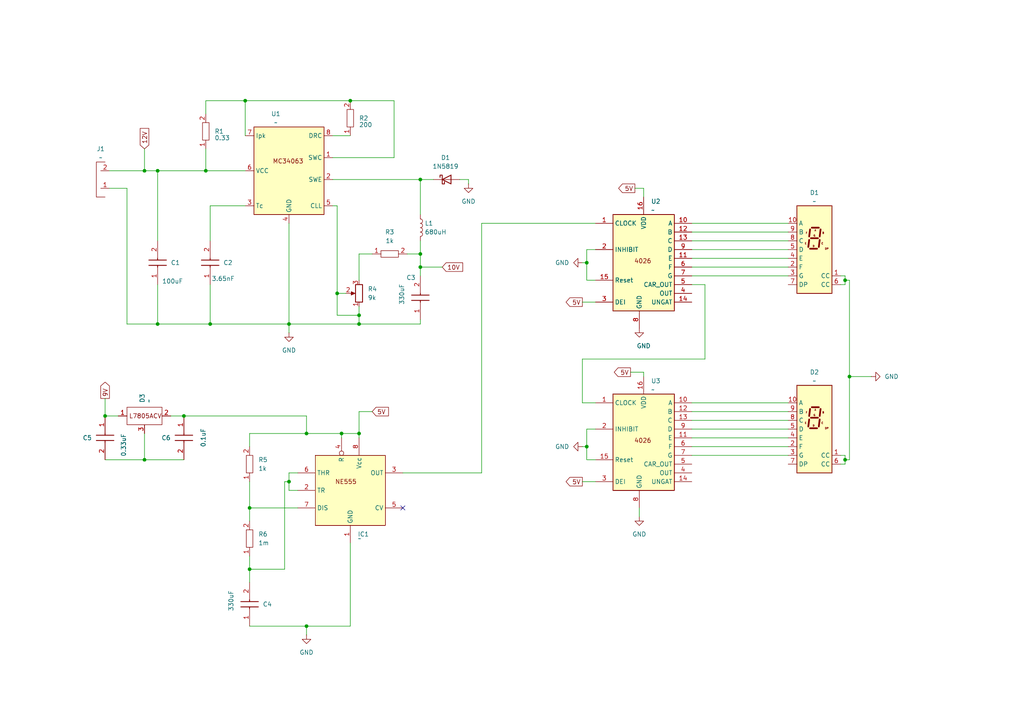
<source format=kicad_sch>
(kicad_sch (version 20250114) (generator "eeschema") (generator_version "9.0")
  (paper "A4")
  (lib_symbols
    (symbol "Device:L" (pin_numbers (hide yes)) (pin_names (offset 1.016) (hide yes))
      (property "Reference" "L" (at -1.27 0 90))
      (property "Value" "L" (at 1.905 0 90))
      (symbol "L_0_1"
        (arc (start 0 2.54) (mid 0.6323 1.905) (end 0 1.27))
        (arc (start 0 1.27) (mid 0.6323 0.635) (end 0 0))
        (arc (start 0 0) (mid 0.6323 -0.635) (end 0 -1.27))
        (arc (start 0 -1.27) (mid 0.6323 -1.905) (end 0 -2.54))
      )
      (symbol "L_1_1"
        (pin passive line (at 0 3.81 270) (length 1.27) (name "1") (number "1"))
        (pin passive line (at 0 -3.81 90) (length 1.27) (name "2") (number "2"))
      )
    )
    (symbol "My_Lib:1N5819" (pin_numbers (hide yes)) (pin_names (offset 1.016) (hide yes))
      (property "Reference" "D2" (at -0.3175 6.35 0))
      (property "Value" "1N5819" (at -0.3175 3.81 0))
      (symbol "1N5819_0_1"
        (polyline (pts (xy -1.905 0.635) (xy -1.905 1.27) (xy -1.27 1.27) (xy -1.27 -1.27) (xy -0.635 -1.27) (xy -0.635 -0.635)) (stroke (width 0.254)))
        (polyline (pts (xy 1.27 1.27) (xy 1.27 -1.27) (xy -1.27 0) (xy 1.27 1.27)) (stroke (width 0.254)))
        (polyline (pts (xy 1.27 0) (xy -1.27 0)))
      )
      (symbol "1N5819_1_1"
        (pin passive line (at -3.81 0 0) (length 2.54) (name "K") (number "1"))
        (pin passive line (at 3.81 0 180) (length 2.54) (name "A") (number "2"))
      )
    )
    (symbol "My_Lib:7seg_-_FYS-3611AS-11"
      (property "Reference" "D" (at 1.524 2.286 0))
      (symbol "7seg_-_FYS-3611AS-11_0_0"
        (text "E" (at 2.54 -10.922 0) (effects (font (size 0.508 0.508))))
        (text "F" (at 2.794 -7.874 0) (effects (font (size 0.508 0.508))))
        (text "D" (at 4.826 -11.684 0) (effects (font (size 0.508 0.508))))
        (text "G" (at 5.08 -8.636 0) (effects (font (size 0.508 0.508))))
        (text "A" (at 5.334 -7.112 0) (effects (font (size 0.508 0.508))))
        (text "C" (at 7.366 -10.922 0) (effects (font (size 0.508 0.508))))
        (text "B" (at 7.62 -7.874 0) (effects (font (size 0.508 0.508))))
        (text "DP" (at 8.636 -12.446 0) (effects (font (size 0.508 0.508))))
      )
      (symbol "7seg_-_FYS-3611AS-11_0_1"
        (rectangle (start 0 0) (end 10.16 -25.4) (stroke (width 0.254)) (fill (type background)))
        (polyline (pts (xy 3.556 -9.906) (xy 3.302 -11.938)) (stroke (width 0.508)))
        (polyline (pts (xy 3.81 -6.858) (xy 3.556 -8.89)) (stroke (width 0.508)))
        (polyline (pts (xy 3.81 -12.446) (xy 5.842 -12.446)) (stroke (width 0.508)))
        (polyline (pts (xy 4.064 -9.398) (xy 6.096 -9.398)) (stroke (width 0.508)))
        (polyline (pts (xy 4.318 -6.35) (xy 6.35 -6.35)) (stroke (width 0.508)))
        (polyline (pts (xy 6.604 -9.906) (xy 6.35 -11.938)) (stroke (width 0.508)))
        (polyline (pts (xy 6.858 -6.858) (xy 6.604 -8.89)) (stroke (width 0.508)))
        (polyline (pts (xy 7.62 -12.446) (xy 7.62 -12.446)) (stroke (width 0.508)))
      )
      (symbol "7seg_-_FYS-3611AS-11_1_1"
        (pin input line (at -2.54 -5.08 0) (length 2.54) (name "A") (number "10"))
        (pin input line (at -2.54 -7.62 0) (length 2.54) (name "B") (number "9"))
        (pin input line (at -2.54 -10.16 0) (length 2.54) (name "C") (number "8"))
        (pin input line (at -2.54 -12.7 0) (length 2.54) (name "D") (number "5"))
        (pin input line (at -2.54 -15.24 0) (length 2.54) (name "E") (number "4"))
        (pin input line (at -2.54 -17.78 0) (length 2.54) (name "F") (number "2"))
        (pin input line (at -2.54 -20.32 0) (length 2.54) (name "G") (number "3"))
        (pin input line (at -2.54 -22.86 0) (length 2.54) (name "DP") (number "7"))
        (pin input line (at 12.7 -20.32 180) (length 2.54) (name "CC") (number "1"))
        (pin input line (at 12.7 -22.86 180) (length 2.54) (name "CC") (number "6"))
      )
    )
    (symbol "My_Lib:C - 564R60GAD10" (pin_names (hide yes))
      (property "Reference" "C" (at 5.334 6.858 0))
      (symbol "C - 564R60GAD10_1_1"
        (polyline (pts (xy 5.08 0) (xy 5.588 0)) (stroke (width 0.254)))
        (polyline (pts (xy 5.588 2.54) (xy 5.588 -2.54)) (stroke (width 0.254)))
        (polyline (pts (xy 7.112 2.54) (xy 7.112 -2.54)) (stroke (width 0.254)))
        (polyline (pts (xy 7.112 0) (xy 7.62 0)) (stroke (width 0.254)))
        (pin passive line (at 0 0 0) (length 5.08) (name "1") (number "1"))
        (pin passive line (at 12.7 0 180) (length 5.08) (name "2") (number "2"))
      )
    )
    (symbol "My_Lib:CD4026B"
      (property "Reference" "U" (at 1.524 2.032 0))
      (symbol "CD4026B_1_0"
        (pin output line (at -5.08 -2.54 0) (length 5.08) (name "CLOCK") (number "1"))
        (pin output line (at -5.08 -10.16 0) (length 5.08) (name "INHIBIT") (number "2"))
        (pin input line (at -5.08 -19.05 0) (length 5.08) (name "Reset") (number "15"))
        (pin output line (at -5.08 -25.4 0) (length 5.08) (name "DEI") (number "3"))
        (pin power_in line (at 7.62 -33.02 90) (length 5.08) (name "GND") (number "8"))
        (pin power_in line (at 8.89 5.08 270) (length 5.08) (name "VDD") (number "16"))
        (pin output line (at 22.86 -2.54 180) (length 5.08) (name "A") (number "10"))
        (pin output line (at 22.86 -5.08 180) (length 5.08) (name "B") (number "12"))
        (pin output line (at 22.86 -7.62 180) (length 5.08) (name "C") (number "13"))
        (pin output line (at 22.86 -10.16 180) (length 5.08) (name "D") (number "9"))
        (pin output line (at 22.86 -12.7 180) (length 5.08) (name "E") (number "11"))
        (pin output line (at 22.86 -15.24 180) (length 5.08) (name "F") (number "6"))
        (pin output line (at 22.86 -17.78 180) (length 5.08) (name "G") (number "7"))
        (pin output line (at 22.86 -20.32 180) (length 5.08) (name "CAR_OUT") (number "5"))
        (pin output line (at 22.86 -22.86 180) (length 5.08) (name "OUT") (number "4"))
        (pin output line (at 22.86 -25.4 180) (length 5.08) (name "UNGAT") (number "14"))
      )
      (symbol "CD4026B_1_1"
        (rectangle (start 0 0) (end 17.78 -27.94) (stroke (width 0.254)) (fill (type background)))
        (text "4026\n" (at 8.636 -13.462 0) (effects (font (size 1.27 1.27))))
      )
    )
    (symbol "My_Lib:DC-DC MC34063"
      (property "Reference" "U" (at 13.97 1.524 0))
      (symbol "DC-DC MC34063_0_1"
        (rectangle (start 0 0) (end 20.32 -25.4))
      )
      (symbol "DC-DC MC34063_1_1"
        (text "MC34063" (at 9.906 -9.906 0) (effects (font (size 1.27 1.27))))
        (text_box "" (at 0 0 0) (size 20.32 -25.4) (margins 1.016 1.016 1.016 1.016) (fill (type color) (color 255 255 194 1)) (effects (font (size 1.27 1.27)) (justify left top)))
        (pin output line (at -2.54 -2.54 0) (length 2.54) (name "Ipk") (number "7"))
        (pin input line (at -2.54 -12.7 0) (length 2.54) (name "VCC") (number "6"))
        (pin passive line (at -2.54 -22.86 0) (length 2.54) (name "Tc") (number "3"))
        (pin passive line (at 10.16 -27.94 90) (length 2.54) (name "GND") (number "4"))
        (pin output line (at 22.86 -2.54 180) (length 2.54) (name "DRC") (number "8"))
        (pin output line (at 22.86 -8.89 180) (length 2.54) (name "SWC") (number "1"))
        (pin output line (at 22.86 -15.24 180) (length 2.54) (name "SWE") (number "2"))
        (pin input line (at 22.86 -22.86 180) (length 2.54) (name "CLL") (number "5"))
      )
    )
    (symbol "My_Lib:L7805ACV" (pin_names (hide yes))
      (property "Reference" "D" (at 1.524 4.064 0))
      (symbol "L7805ACV_0_1"
        (rectangle (start -5.08 2.54) (end 5.08 -2.54))
      )
      (symbol "L7805ACV_1_1"
        (text "L7805ACV" (at 0.254 0 0) (effects (font (size 1.27 1.27))))
        (pin input line (at -7.62 0 0) (length 2.54) (name "") (number "1"))
        (pin output line (at 0 -5.08 90) (length 2.54) (name "GND") (number "3"))
        (pin output line (at 7.62 0 180) (length 2.54) (name "") (number "2"))
      )
    )
    (symbol "My_Lib:NE555"
      (property "Reference" "IC1" (at 16.002 2.794 0))
      (property "Value" "~" (at 11.8111 -24.13 0))
      (symbol "NE555_0_1"
        (rectangle (start 0 0) (end 20.32 -20.32))
      )
      (symbol "NE555_1_1"
        (text "NE555\n" (at 8.89 -7.62 0) (effects (font (size 1.27 1.27))))
        (text_box "" (at 20.32 -20.32 0) (size -20.32 20.32) (margins 1.016 1.016 1.016 1.016) (fill (type color) (color 255 255 194 1)) (effects (font (size 1.27 1.27)) (justify left top)))
        (pin passive line (at -5.08 -5.08 0) (length 5.08) (name "THR") (number "6"))
        (pin passive line (at -5.08 -10.16 0) (length 5.08) (name "TR") (number "2"))
        (pin passive line (at -5.08 -15.24 0) (length 5.08) (name "DIS") (number "7"))
        (pin passive inverted (at 7.62 5.08 270) (length 5.08) (name "R") (number "4"))
        (pin passive line (at 10.16 -25.4 90) (length 5.08) (name "GND") (number "1"))
        (pin passive line (at 12.7 5.08 270) (length 5.08) (name "Vcc") (number "8"))
        (pin passive line (at 25.4 -5.08 180) (length 5.08) (name "OUT") (number "3"))
        (pin passive line (at 25.4 -15.24 180) (length 5.08) (name "CV") (number "5"))
      )
    )
    (symbol "My_Lib:R - CF100-3K3-J-TB-070-62" (pin_names (offset 0.762))
      (property "Reference" "R" (at 6.604 3.048 0))
      (symbol "R - CF100-3K3-J-TB-070-62_0_1"
        (rectangle (start 5.08 0.9525) (end 10.16 -0.9525))
      )
      (symbol "R - CF100-3K3-J-TB-070-62_1_0"
        (pin passive line (at 2.54 0 0) (length 2.54) (name "~") (number "1"))
        (pin passive line (at 12.7 0 180) (length 2.54) (name "~") (number "2"))
      )
    )
    (symbol "My_Lib:R_Potentiometer" (pin_names (offset 1.016) (hide yes))
      (property "Reference" "R" (at -2.54 1.2701 0))
      (symbol "R_Potentiometer_0_1"
        (rectangle (start 1.016 2.54) (end -1.016 -2.54) (stroke (width 0.254)))
        (polyline (pts (xy 1.143 0) (xy 2.286 0.508) (xy 2.286 -0.508) (xy 1.143 0)) (fill (type outline)))
        (polyline (pts (xy 2.54 0) (xy 1.524 0)))
      )
      (symbol "R_Potentiometer_1_1"
        (pin passive line (at 0 3.81 270) (length 1.27) (name "1") (number "1"))
        (pin passive line (at 0 -3.81 90) (length 1.27) (name "3") (number "3"))
        (pin passive line (at 3.81 0 180) (length 1.27) (name "2") (number "2"))
      )
    )
    (symbol "My_Lib:TB-09A"
      (property "Reference" "J1" (at 8.89 -1.27 90))
      (property "Value" "~" (at 6.35 -1.27 90))
      (symbol "TB-09A_0_1"
        (polyline (pts (xy 5.08 -2.54) (xy 5.08 0) (xy -5.08 0) (xy -5.08 -2.54)))
      )
      (symbol "TB-09A_1_1"
        (pin power_in line (at -2.54 -3.81 90) (length 2.54) (name "") (number "1"))
        (pin power_in line (at 2.54 -3.81 90) (length 2.54) (name "") (number "2"))
      )
    )
    (symbol "power:GND" (power) (pin_numbers (hide yes)) (pin_names (offset 0) (hide yes))
      (property "Value" "GND" (at 0 -3.81 0))
      (symbol "GND_0_1"
        (polyline (pts (xy 0 0) (xy 0 -1.27) (xy 1.27 -1.27) (xy 0 -2.54) (xy -1.27 -1.27) (xy 0 -1.27)))
      )
      (symbol "GND_1_1"
        (pin power_in line (at 0 0 270) (length 0) (name "~") (number "1"))
      )
    )
  )
  (junction (at 104.14 93.98))
  (junction (at 71.12 29.21))
  (junction (at 121.92 73.66))
  (junction (at 121.92 52.07))
  (junction (at 60.96 93.98))
  (junction (at 170.18 129.54))
  (junction (at 99.06 125.73))
  (junction (at 121.92 77.47))
  (junction (at 245.11 81.28))
  (junction (at 104.14 91.44))
  (junction (at 170.18 76.2))
  (junction (at 53.34 120.65))
  (junction (at 30.48 120.65))
  (junction (at 101.6 29.21))
  (junction (at 88.9 181.61))
  (junction (at 83.82 93.98))
  (junction (at 45.72 49.53))
  (junction (at 104.14 125.73))
  (junction (at 245.11 133.35))
  (junction (at 246.38 109.22))
  (junction (at 97.79 85.09))
  (junction (at 72.39 165.1))
  (junction (at 59.69 49.53))
  (junction (at 83.82 139.7))
  (junction (at 88.9 125.73))
  (junction (at 45.72 93.98))
  (junction (at 41.91 49.53))
  (junction (at 72.39 147.32))
  (junction (at 41.91 133.35))
  (no_connect (at 116.84 147.32))
  (wire (pts (xy 53.34 120.65) (xy 88.9 120.65)))
  (wire (pts (xy 104.14 73.66) (xy 104.14 81.28)))
  (wire (pts (xy 168.91 129.54) (xy 170.18 129.54)))
  (wire (pts (xy 186.69 107.95) (xy 186.69 109.22)))
  (wire (pts (xy 172.72 133.35) (xy 170.18 133.35)))
  (wire (pts (xy 72.39 139.7) (xy 72.39 147.32)))
  (wire (pts (xy 116.84 137.16) (xy 139.7 137.16)))
  (wire (pts (xy 41.91 133.35) (xy 53.34 133.35)))
  (wire (pts (xy 133.35 52.07) (xy 135.89 52.07)))
  (wire (pts (xy 41.91 49.53) (xy 45.72 49.53)))
  (wire (pts (xy 200.66 69.85) (xy 228.6 69.85)))
  (wire (pts (xy 83.82 137.16) (xy 83.82 139.7)))
  (wire (pts (xy 200.66 77.47) (xy 228.6 77.47)))
  (wire (pts (xy 170.18 76.2) (xy 170.18 72.39)))
  (wire (pts (xy 200.66 80.01) (xy 228.6 80.01)))
  (wire (pts (xy 245.11 133.35) (xy 245.11 132.08)))
  (wire (pts (xy 170.18 81.28) (xy 170.18 76.2)))
  (wire (pts (xy 83.82 142.24) (xy 86.36 142.24)))
  (wire (pts (xy 88.9 125.73) (xy 99.06 125.73)))
  (wire (pts (xy 185.42 147.32) (xy 185.42 149.86)))
  (wire (pts (xy 121.92 52.07) (xy 125.73 52.07)))
  (wire (pts (xy 104.14 119.38) (xy 104.14 125.73)))
  (wire (pts (xy 71.12 29.21) (xy 71.12 39.37)))
  (wire (pts (xy 104.14 91.44) (xy 104.14 93.98)))
  (wire (pts (xy 246.38 81.28) (xy 245.11 81.28)))
  (wire (pts (xy 82.55 165.1) (xy 72.39 165.1)))
  (wire (pts (xy 96.52 45.72) (xy 114.3 45.72)))
  (wire (pts (xy 59.69 49.53) (xy 45.72 49.53)))
  (wire (pts (xy 88.9 181.61) (xy 88.9 184.15)))
  (wire (pts (xy 83.82 139.7) (xy 82.55 139.7)))
  (wire (pts (xy 30.48 115.57) (xy 30.48 120.65)))
  (wire (pts (xy 36.83 54.61) (xy 31.75 54.61)))
  (wire (pts (xy 121.92 52.07) (xy 121.92 62.23)))
  (wire (pts (xy 200.66 74.93) (xy 228.6 74.93)))
  (wire (pts (xy 101.6 157.48) (xy 101.6 181.61)))
  (wire (pts (xy 104.14 93.98) (xy 121.92 93.98)))
  (wire (pts (xy 83.82 64.77) (xy 83.82 93.98)))
  (wire (pts (xy 60.96 93.98) (xy 83.82 93.98)))
  (wire (pts (xy 60.96 82.55) (xy 60.96 93.98)))
  (wire (pts (xy 243.84 80.01) (xy 245.11 80.01)))
  (wire (pts (xy 83.82 139.7) (xy 83.82 142.24)))
  (wire (pts (xy 168.91 139.7) (xy 172.72 139.7)))
  (wire (pts (xy 121.92 77.47) (xy 121.92 80.01)))
  (wire (pts (xy 88.9 181.61) (xy 101.6 181.61)))
  (wire (pts (xy 97.79 59.69) (xy 96.52 59.69)))
  (wire (pts (xy 104.14 125.73) (xy 104.14 127)))
  (wire (pts (xy 60.96 59.69) (xy 71.12 59.69)))
  (wire (pts (xy 41.91 125.73) (xy 41.91 133.35)))
  (wire (pts (xy 186.69 54.61) (xy 186.69 57.15)))
  (wire (pts (xy 97.79 85.09) (xy 100.33 85.09)))
  (wire (pts (xy 200.66 121.92) (xy 228.6 121.92)))
  (wire (pts (xy 104.14 88.9) (xy 104.14 91.44)))
  (wire (pts (xy 121.92 93.98) (xy 121.92 92.71)))
  (wire (pts (xy 41.91 133.35) (xy 30.48 133.35)))
  (wire (pts (xy 246.38 81.28) (xy 246.38 109.22)))
  (wire (pts (xy 36.83 93.98) (xy 45.72 93.98)))
  (wire (pts (xy 168.91 116.84) (xy 172.72 116.84)))
  (wire (pts (xy 41.91 43.18) (xy 41.91 49.53)))
  (wire (pts (xy 83.82 93.98) (xy 83.82 96.52)))
  (wire (pts (xy 121.92 69.85) (xy 121.92 73.66)))
  (wire (pts (xy 204.47 104.14) (xy 168.91 104.14)))
  (wire (pts (xy 170.18 129.54) (xy 170.18 124.46)))
  (wire (pts (xy 97.79 91.44) (xy 97.79 85.09)))
  (wire (pts (xy 200.66 119.38) (xy 228.6 119.38)))
  (wire (pts (xy 243.84 134.62) (xy 245.11 134.62)))
  (wire (pts (xy 49.53 120.65) (xy 53.34 120.65)))
  (wire (pts (xy 30.48 120.65) (xy 34.29 120.65)))
  (wire (pts (xy 182.88 107.95) (xy 186.69 107.95)))
  (wire (pts (xy 45.72 93.98) (xy 60.96 93.98)))
  (wire (pts (xy 200.66 64.77) (xy 228.6 64.77)))
  (wire (pts (xy 114.3 29.21) (xy 101.6 29.21)))
  (wire (pts (xy 245.11 134.62) (xy 245.11 133.35)))
  (wire (pts (xy 245.11 81.28) (xy 245.11 82.55)))
  (wire (pts (xy 107.95 119.38) (xy 104.14 119.38)))
  (wire (pts (xy 170.18 124.46) (xy 172.72 124.46)))
  (wire (pts (xy 168.91 76.2) (xy 170.18 76.2)))
  (wire (pts (xy 118.11 73.66) (xy 121.92 73.66)))
  (wire (pts (xy 72.39 125.73) (xy 88.9 125.73)))
  (wire (pts (xy 59.69 29.21) (xy 71.12 29.21)))
  (wire (pts (xy 200.66 124.46) (xy 228.6 124.46)))
  (wire (pts (xy 86.36 137.16) (xy 83.82 137.16)))
  (wire (pts (xy 60.96 69.85) (xy 60.96 59.69)))
  (wire (pts (xy 128.27 77.47) (xy 121.92 77.47)))
  (wire (pts (xy 31.75 49.53) (xy 41.91 49.53)))
  (wire (pts (xy 172.72 81.28) (xy 170.18 81.28)))
  (wire (pts (xy 45.72 49.53) (xy 45.72 69.85)))
  (wire (pts (xy 184.15 54.61) (xy 186.69 54.61)))
  (wire (pts (xy 59.69 43.18) (xy 59.69 49.53)))
  (wire (pts (xy 83.82 93.98) (xy 104.14 93.98)))
  (wire (pts (xy 96.52 39.37) (xy 101.6 39.37)))
  (wire (pts (xy 114.3 45.72) (xy 114.3 29.21)))
  (wire (pts (xy 72.39 129.54) (xy 72.39 125.73)))
  (wire (pts (xy 246.38 109.22) (xy 246.38 133.35)))
  (wire (pts (xy 121.92 73.66) (xy 121.92 77.47)))
  (wire (pts (xy 200.66 116.84) (xy 228.6 116.84)))
  (wire (pts (xy 245.11 80.01) (xy 245.11 81.28)))
  (wire (pts (xy 200.66 127) (xy 228.6 127)))
  (wire (pts (xy 72.39 181.61) (xy 88.9 181.61)))
  (wire (pts (xy 71.12 29.21) (xy 101.6 29.21)))
  (wire (pts (xy 72.39 147.32) (xy 72.39 151.13)))
  (wire (pts (xy 200.66 132.08) (xy 228.6 132.08)))
  (wire (pts (xy 36.83 54.61) (xy 36.83 93.98)))
  (wire (pts (xy 72.39 147.32) (xy 86.36 147.32)))
  (wire (pts (xy 104.14 73.66) (xy 107.95 73.66)))
  (wire (pts (xy 45.72 82.55) (xy 45.72 93.98)))
  (wire (pts (xy 200.66 82.55) (xy 204.47 82.55)))
  (wire (pts (xy 71.12 49.53) (xy 59.69 49.53)))
  (wire (pts (xy 200.66 129.54) (xy 228.6 129.54)))
  (wire (pts (xy 200.66 67.31) (xy 228.6 67.31)))
  (wire (pts (xy 168.91 87.63) (xy 172.72 87.63)))
  (wire (pts (xy 135.89 52.07) (xy 135.89 53.34)))
  (wire (pts (xy 245.11 132.08) (xy 243.84 132.08)))
  (wire (pts (xy 139.7 64.77) (xy 172.72 64.77)))
  (wire (pts (xy 204.47 82.55) (xy 204.47 104.14)))
  (wire (pts (xy 97.79 91.44) (xy 104.14 91.44)))
  (wire (pts (xy 200.66 72.39) (xy 228.6 72.39)))
  (wire (pts (xy 246.38 133.35) (xy 245.11 133.35)))
  (wire (pts (xy 170.18 133.35) (xy 170.18 129.54)))
  (wire (pts (xy 72.39 165.1) (xy 72.39 168.91)))
  (wire (pts (xy 245.11 82.55) (xy 243.84 82.55)))
  (wire (pts (xy 170.18 72.39) (xy 172.72 72.39)))
  (wire (pts (xy 88.9 120.65) (xy 88.9 125.73)))
  (wire (pts (xy 72.39 161.29) (xy 72.39 165.1)))
  (wire (pts (xy 99.06 125.73) (xy 99.06 127)))
  (wire (pts (xy 252.73 109.22) (xy 246.38 109.22)))
  (wire (pts (xy 97.79 85.09) (xy 97.79 59.69)))
  (wire (pts (xy 139.7 64.77) (xy 139.7 137.16)))
  (wire (pts (xy 82.55 139.7) (xy 82.55 165.1)))
  (wire (pts (xy 104.14 125.73) (xy 99.06 125.73)))
  (wire (pts (xy 59.69 29.21) (xy 59.69 33.02)))
  (wire (pts (xy 96.52 52.07) (xy 121.92 52.07)))
  (wire (pts (xy 168.91 104.14) (xy 168.91 116.84)))
  (global_label "5V" (shape output) (at 168.91 139.7 180) (property "Intersheetrefs" "${INTERSHEET_REFS}" (effects (hide yes))))
  (global_label "5V" (shape input) (at 107.95 119.38 0) (property "Intersheetrefs" "${INTERSHEET_REFS}" (effects (hide yes))))
  (global_label "5V" (shape output) (at 168.91 87.63 180) (property "Intersheetrefs" "${INTERSHEET_REFS}" (effects (hide yes))))
  (global_label "9V" (shape output) (at 30.48 115.57 90) (property "Intersheetrefs" "${INTERSHEET_REFS}" (effects (hide yes))))
  (global_label "12V" (shape input) (at 41.91 43.18 90) (property "Intersheetrefs" "${INTERSHEET_REFS}" (effects (hide yes))))
  (global_label "5V" (shape output) (at 182.88 107.95 180) (property "Intersheetrefs" "${INTERSHEET_REFS}" (effects (hide yes))))
  (global_label "10V" (shape input) (at 128.27 77.47 0) (property "Intersheetrefs" "${INTERSHEET_REFS}" (effects (hide yes))))
  (global_label "5V" (shape output) (at 184.15 54.61 180) (property "Intersheetrefs" "${INTERSHEET_REFS}" (effects (hide yes))))
  (symbol (lib_id "power:GND") (at 168.91 129.54 270) (unit 1)
    (property "Reference" "#PWR06" (effects (hide yes)))
    (property "Value" "GND" (at 165.1 129.5399 90) (effects (justify right)))
    (property "Description" "Power symbol creates a global label with name \"GND\" , ground" (effects (hide yes)))
  )
  (symbol (lib_id "My_Lib:C - 564R60GAD10") (at 72.39 181.61 90) (unit 1)
    (property "Reference" "C4" (at 76.2 175.2599 90) (effects (justify right)))
    (property "Value" "330uF" (at 66.294 177.292 0) (effects (justify left top)))
    (property "Footprint" "My_lib2:564R60GAD10" (effects (hide yes)))
    (property "Datasheet" "https://componentsearchengine.com/Datasheets/1/564R60GAD10.pdf" (effects (hide yes)))
    (property "Description" "Cap Ceramic Single 0.001uF 6000V Z5U 20% (10.2 X 6.9mm) Radial 9.5mm 105C Bulk" (effects (hide yes)))
    (property "Height" "10.2" (effects (hide yes)))
    (property "Manufacturer_Name" "Vishay" (effects (hide yes)))
    (property "Manufacturer_Part_Number" "564R60GAD10" (effects (hide yes)))
    (property "Mouser Part Number" "75-564R60GAD10" (effects (hide yes)))
    (property "Mouser Price/Stock" "https://www.mouser.co.uk/ProductDetail/Vishay/564R60GAD10?qs=xrnNvQC1SKQV3fR046g7Jg%3D%3D" (effects (hide yes)))
    (property "Arrow Part Number" "564R60GAD10" (effects (hide yes)))
    (property "Arrow Price/Stock" "https://www.arrow.com/en/products/564r60gad10/vishay?region=nac" (effects (hide yes)))
  )
  (symbol (lib_id "My_Lib:C - 564R60GAD10") (at 60.96 82.55 90) (unit 1)
    (property "Reference" "C2" (at 64.77 76.1999 90) (effects (justify right)))
    (property "Value" "3.65nF" (at 68.072 81.534 90) (effects (justify left top)))
    (property "Footprint" "My_lib2:564R60GAD10" (effects (hide yes)))
    (property "Datasheet" "https://componentsearchengine.com/Datasheets/1/564R60GAD10.pdf" (effects (hide yes)))
    (property "Description" "Cap Ceramic Single 0.001uF 6000V Z5U 20% (10.2 X 6.9mm) Radial 9.5mm 105C Bulk" (effects (hide yes)))
    (property "Height" "10.2" (effects (hide yes)))
    (property "Manufacturer_Name" "Vishay" (effects (hide yes)))
    (property "Manufacturer_Part_Number" "564R60GAD10" (effects (hide yes)))
    (property "Mouser Part Number" "75-564R60GAD10" (effects (hide yes)))
    (property "Mouser Price/Stock" "https://www.mouser.co.uk/ProductDetail/Vishay/564R60GAD10?qs=xrnNvQC1SKQV3fR046g7Jg%3D%3D" (effects (hide yes)))
    (property "Arrow Part Number" "564R60GAD10" (effects (hide yes)))
    (property "Arrow Price/Stock" "https://www.arrow.com/en/products/564r60gad10/vishay?region=nac" (effects (hide yes)))
  )
  (symbol (lib_id "My_Lib:C - 564R60GAD10") (at 30.48 120.65 270) (unit 1)
    (property "Reference" "C5" (at 26.67 127.0001 90) (effects (justify right)))
    (property "Value" "0.33uF" (at 36.576 125.73 0) (effects (justify left top)))
    (property "Footprint" "My_lib2:564R60GAD10" (effects (hide yes)))
    (property "Datasheet" "https://componentsearchengine.com/Datasheets/1/564R60GAD10.pdf" (effects (hide yes)))
    (property "Description" "Cap Ceramic Single 0.001uF 6000V Z5U 20% (10.2 X 6.9mm) Radial 9.5mm 105C Bulk" (effects (hide yes)))
    (property "Height" "10.2" (effects (hide yes)))
    (property "Manufacturer_Name" "Vishay" (effects (hide yes)))
    (property "Manufacturer_Part_Number" "564R60GAD10" (effects (hide yes)))
    (property "Mouser Part Number" "75-564R60GAD10" (effects (hide yes)))
    (property "Mouser Price/Stock" "https://www.mouser.co.uk/ProductDetail/Vishay/564R60GAD10?qs=xrnNvQC1SKQV3fR046g7Jg%3D%3D" (effects (hide yes)))
    (property "Arrow Part Number" "564R60GAD10" (effects (hide yes)))
    (property "Arrow Price/Stock" "https://www.arrow.com/en/products/564r60gad10/vishay?region=nac" (effects (hide yes)))
  )
  (symbol (lib_id "My_Lib:C - 564R60GAD10") (at 121.92 92.71 90) (unit 1)
    (property "Reference" "C3" (at 117.856 80.518 90) (effects (justify right)))
    (property "Value" "330uF" (at 115.824 88.392 0) (effects (justify left top)))
    (property "Footprint" "My_lib2:564R60GAD10" (effects (hide yes)))
    (property "Datasheet" "https://componentsearchengine.com/Datasheets/1/564R60GAD10.pdf" (effects (hide yes)))
    (property "Description" "Cap Ceramic Single 0.001uF 6000V Z5U 20% (10.2 X 6.9mm) Radial 9.5mm 105C Bulk" (effects (hide yes)))
    (property "Height" "10.2" (effects (hide yes)))
    (property "Manufacturer_Name" "Vishay" (effects (hide yes)))
    (property "Manufacturer_Part_Number" "564R60GAD10" (effects (hide yes)))
    (property "Mouser Part Number" "75-564R60GAD10" (effects (hide yes)))
    (property "Mouser Price/Stock" "https://www.mouser.co.uk/ProductDetail/Vishay/564R60GAD10?qs=xrnNvQC1SKQV3fR046g7Jg%3D%3D" (effects (hide yes)))
    (property "Arrow Part Number" "564R60GAD10" (effects (hide yes)))
    (property "Arrow Price/Stock" "https://www.arrow.com/en/products/564r60gad10/vishay?region=nac" (effects (hide yes)))
  )
  (symbol (lib_id "My_Lib:TB-09A") (at 27.94 52.07 90) (unit 1)
    (property "Reference" "J1" (at 29.21 43.18 90))
    (property "Value" "~" (at 29.21 45.72 90))
    (property "Footprint" "My_lib2:TB-09A" (effects (hide yes)))
    (property "Description" "Винтовой разъем на плату" (effects (hide yes)))
  )
  (symbol (lib_id "My_Lib:R - CF100-3K3-J-TB-070-62") (at 72.39 142.24 90) (unit 1)
    (property "Reference" "R5" (at 74.93 133.3499 90) (effects (justify right)))
    (property "Value" "1k" (at 74.93 135.8899 90) (effects (justify right)))
    (property "Footprint" "RESAD2700W60L1100D400" (effects (hide yes)))
    (property "Description" "CF100-3K3-J-TB-070-62 CARBON FILM FIXED RESISTOR, 1.0(1W)" (effects (hide yes)))
    (property "Description_1" "CARBON FILM FIXED RESISTOR, 1.0(1W)" (effects (hide yes)))
    (property "Manufacturer_Name" "HKR" (effects (hide yes)))
    (property "Manufacturer_Part_Number" "CF100-3K3-J-TB-070-62" (effects (hide yes)))
  )
  (symbol (lib_id "Device:L") (at 121.92 66.04 0) (unit 1)
    (property "Reference" "L1" (at 123.19 64.7699 0) (effects (justify left)))
    (property "Value" "680uH" (at 123.19 67.3099 0) (effects (justify left)))
    (property "Description" "Inductor" (effects (hide yes)))
  )
  (symbol (lib_id "power:GND") (at 83.82 96.52 0) (unit 1)
    (property "Reference" "#PWR02" (effects (hide yes)))
    (property "Value" "GND" (at 83.82 101.6 0))
    (property "Description" "Power symbol creates a global label with name \"GND\" , ground" (effects (hide yes)))
  )
  (symbol (lib_id "My_Lib:CD4026B") (at 177.8 62.23 0) (unit 1)
    (property "Reference" "U2" (at 188.8333 58.42 0) (effects (justify left)))
    (property "Value" "~" (at 188.8333 60.96 0) (effects (justify left)))
  )
  (symbol (lib_id "My_Lib:7seg_-_FYS-3611AS-11") (at 231.14 59.69 0) (unit 1)
    (property "Reference" "D1" (at 236.22 55.88 0))
    (property "Value" "~" (at 236.22 58.42 0))
    (property "Datasheet" "https://cdn.promelec.ru/upload/items/2022/04/15/FYS-3611A-BX-XX.pdf" (effects (hide yes)))
  )
  (symbol (lib_id "My_Lib:R_Potentiometer") (at 104.14 85.09 180) (unit 1)
    (property "Reference" "R4" (at 106.68 83.8199 0) (effects (justify right)))
    (property "Value" "9k" (at 106.68 86.3599 0) (effects (justify right)))
    (property "Description" "Potentiometer" (effects (hide yes)))
  )
  (symbol (lib_id "My_Lib:R - CF100-3K3-J-TB-070-62") (at 59.69 45.72 90) (unit 1)
    (property "Reference" "R1" (at 62.23 38.0999 90) (effects (justify right)))
    (property "Value" "0.33" (at 62.23 40.005 90) (effects (justify right)))
    (property "Footprint" "RESAD2700W60L1100D400" (effects (hide yes)))
    (property "Description" "CF100-3K3-J-TB-070-62 CARBON FILM FIXED RESISTOR, 1.0(1W)" (effects (hide yes)))
    (property "Description_1" "CARBON FILM FIXED RESISTOR, 1.0(1W)" (effects (hide yes)))
    (property "Manufacturer_Name" "HKR" (effects (hide yes)))
    (property "Manufacturer_Part_Number" "CF100-3K3-J-TB-070-62" (effects (hide yes)))
  )
  (symbol (lib_id "power:GND") (at 88.9 184.15 0) (unit 1)
    (property "Reference" "#PWR05" (effects (hide yes)))
    (property "Value" "GND" (at 88.9 189.23 0))
    (property "Description" "Power symbol creates a global label with name \"GND\" , ground" (effects (hide yes)))
  )
  (symbol (lib_id "My_Lib:DC-DC MC34063") (at 73.66 36.83 0) (unit 1)
    (property "Reference" "U1" (at 80.01 33.02 0))
    (property "Value" "~" (at 80.01 35.56 0))
    (property "Footprint" "My_lib2:8-DIP" (effects (hide yes)))
    (property "Datasheet" "https://cdn.promelec.ru/upload/datasheet/4/5/20141028023102991.pdf" (effects (hide yes)))
  )
  (symbol (lib_id "power:GND") (at 135.89 53.34 0) (unit 1)
    (property "Reference" "#PWR03" (effects (hide yes)))
    (property "Value" "GND" (at 135.89 58.42 0))
    (property "Description" "Power symbol creates a global label with name \"GND\" , ground" (effects (hide yes)))
  )
  (symbol (lib_id "My_Lib:1N5819") (at 129.54 52.07 0) (unit 1)
    (property "Reference" "D1" (at 129.2225 45.72 0))
    (property "Value" "1N5819" (at 129.2225 48.26 0))
    (property "Footprint" "Diode_THT:D_DO-35_SOD27_P7.62mm_Horizontal" (effects (hide yes)))
    (property "Datasheet" "https://www.microsemi.com/document-portal/doc_download/8865-lds-0040-datasheet" (effects (hide yes)))
    (property "Description" "70V 33mA Schottky diode, DO-35" (effects (hide yes)))
  )
  (symbol (lib_id "My_Lib:R - CF100-3K3-J-TB-070-62") (at 105.41 73.66 0) (unit 1)
    (property "Reference" "R3" (at 113.03 67.31 0))
    (property "Value" "1k" (at 113.03 69.85 0))
    (property "Footprint" "RESAD2700W60L1100D400" (effects (hide yes)))
    (property "Description" "CF100-3K3-J-TB-070-62 CARBON FILM FIXED RESISTOR, 1.0(1W)" (effects (hide yes)))
    (property "Description_1" "CARBON FILM FIXED RESISTOR, 1.0(1W)" (effects (hide yes)))
    (property "Manufacturer_Name" "HKR" (effects (hide yes)))
    (property "Manufacturer_Part_Number" "CF100-3K3-J-TB-070-62" (effects (hide yes)))
  )
  (symbol (lib_id "power:GND") (at 168.91 76.2 270) (unit 1)
    (property "Reference" "#PWR07" (effects (hide yes)))
    (property "Value" "GND" (at 165.1 76.1999 90) (effects (justify right)))
    (property "Description" "Power symbol creates a global label with name \"GND\" , ground" (effects (hide yes)))
  )
  (symbol (lib_id "power:GND") (at 252.73 109.22 90) (unit 1)
    (property "Reference" "#PWR08" (effects (hide yes)))
    (property "Value" "GND" (at 256.54 109.2199 90) (effects (justify right)))
    (property "Description" "Power symbol creates a global label with name \"GND\" , ground" (effects (hide yes)))
  )
  (symbol (lib_id "My_Lib:C - 564R60GAD10") (at 45.72 82.55 90) (unit 1)
    (property "Reference" "C1" (at 49.53 76.1999 90) (effects (justify right)))
    (property "Value" "100uF" (at 53.086 82.296 90) (effects (justify left top)))
    (property "Footprint" "My_lib2:564R60GAD10" (effects (hide yes)))
    (property "Datasheet" "https://componentsearchengine.com/Datasheets/1/564R60GAD10.pdf" (effects (hide yes)))
    (property "Description" "Cap Ceramic Single 0.001uF 6000V Z5U 20% (10.2 X 6.9mm) Radial 9.5mm 105C Bulk" (effects (hide yes)))
    (property "Height" "10.2" (effects (hide yes)))
    (property "Manufacturer_Name" "Vishay" (effects (hide yes)))
    (property "Manufacturer_Part_Number" "564R60GAD10" (effects (hide yes)))
    (property "Mouser Part Number" "75-564R60GAD10" (effects (hide yes)))
    (property "Mouser Price/Stock" "https://www.mouser.co.uk/ProductDetail/Vishay/564R60GAD10?qs=xrnNvQC1SKQV3fR046g7Jg%3D%3D" (effects (hide yes)))
    (property "Arrow Part Number" "564R60GAD10" (effects (hide yes)))
    (property "Arrow Price/Stock" "https://www.arrow.com/en/products/564r60gad10/vishay?region=nac" (effects (hide yes)))
  )
  (symbol (lib_id "My_Lib:R - CF100-3K3-J-TB-070-62") (at 72.39 163.83 90) (unit 1)
    (property "Reference" "R6" (at 74.93 154.9399 90) (effects (justify right)))
    (property "Value" "1m" (at 74.93 157.4799 90) (effects (justify right)))
    (property "Footprint" "RESAD2700W60L1100D400" (effects (hide yes)))
    (property "Description" "CF100-3K3-J-TB-070-62 CARBON FILM FIXED RESISTOR, 1.0(1W)" (effects (hide yes)))
    (property "Description_1" "CARBON FILM FIXED RESISTOR, 1.0(1W)" (effects (hide yes)))
    (property "Manufacturer_Name" "HKR" (effects (hide yes)))
    (property "Manufacturer_Part_Number" "CF100-3K3-J-TB-070-62" (effects (hide yes)))
  )
  (symbol (lib_id "My_Lib:R - CF100-3K3-J-TB-070-62") (at 101.6 41.91 90) (unit 1)
    (property "Reference" "R2" (at 104.14 34.2899 90) (effects (justify right)))
    (property "Value" "200" (at 104.14 36.195 90) (effects (justify right)))
    (property "Footprint" "RESAD2700W60L1100D400" (effects (hide yes)))
    (property "Description" "CF100-3K3-J-TB-070-62 CARBON FILM FIXED RESISTOR, 1.0(1W)" (effects (hide yes)))
    (property "Description_1" "CARBON FILM FIXED RESISTOR, 1.0(1W)" (effects (hide yes)))
    (property "Manufacturer_Name" "HKR" (effects (hide yes)))
    (property "Manufacturer_Part_Number" "CF100-3K3-J-TB-070-62" (effects (hide yes)))
  )
  (symbol (lib_id "My_Lib:CD4026B") (at 177.8 114.3 0) (unit 1)
    (property "Reference" "U3" (at 188.8333 110.49 0) (effects (justify left)))
    (property "Value" "~" (at 188.8333 113.03 0) (effects (justify left)))
  )
  (symbol (lib_id "My_Lib:7seg_-_FYS-3611AS-11") (at 231.14 111.76 0) (unit 1)
    (property "Reference" "D2" (at 236.22 107.95 0))
    (property "Value" "~" (at 236.22 110.49 0))
    (property "Datasheet" "https://cdn.promelec.ru/upload/items/2022/04/15/FYS-3611A-BX-XX.pdf" (effects (hide yes)))
  )
  (symbol (lib_id "My_Lib:L7805ACV") (at 41.91 120.65 0) (unit 1)
    (property "Reference" "D3" (at 41.2749 116.84 90) (effects (justify left)))
    (property "Value" "~" (at 43.18 116.84 90) (effects (justify left)))
    (property "Footprint" "My_lib2:TO-220 - L7805ACV" (effects (hide yes)))
    (property "Datasheet" "https://cdn.promelec.ru/upload/datasheet/9/8/L78xx.pdf" (effects (hide yes)))
    (property "Description" "Линейный стабилизатор 5В" (effects (hide yes)))
  )
  (symbol (lib_id "My_Lib:C - 564R60GAD10") (at 53.34 120.65 270) (unit 1)
    (property "Reference" "C6" (at 49.53 127.0001 90) (effects (justify right)))
    (property "Value" "0.1uF" (at 59.69 124.206 0) (effects (justify left top)))
    (property "Footprint" "My_lib2:564R60GAD10" (effects (hide yes)))
    (property "Datasheet" "https://componentsearchengine.com/Datasheets/1/564R60GAD10.pdf" (effects (hide yes)))
    (property "Description" "Cap Ceramic Single 0.001uF 6000V Z5U 20% (10.2 X 6.9mm) Radial 9.5mm 105C Bulk" (effects (hide yes)))
    (property "Height" "10.2" (effects (hide yes)))
    (property "Manufacturer_Name" "Vishay" (effects (hide yes)))
    (property "Manufacturer_Part_Number" "564R60GAD10" (effects (hide yes)))
    (property "Mouser Part Number" "75-564R60GAD10" (effects (hide yes)))
    (property "Mouser Price/Stock" "https://www.mouser.co.uk/ProductDetail/Vishay/564R60GAD10?qs=xrnNvQC1SKQV3fR046g7Jg%3D%3D" (effects (hide yes)))
    (property "Arrow Part Number" "564R60GAD10" (effects (hide yes)))
    (property "Arrow Price/Stock" "https://www.arrow.com/en/products/564r60gad10/vishay?region=nac" (effects (hide yes)))
  )
  (symbol (lib_id "My_Lib:NE555") (at 91.44 132.08 0) (unit 1)
    (property "Reference" "IC1" (at 103.7433 154.94 0) (effects (justify left)))
    (property "Value" "~" (at 103.7433 156.21 0) (effects (justify left)))
    (property "Footprint" "My_lib2:8-DIP" (effects (hide yes)))
    (property "Datasheet" "https://static.chipdip.ru/lib/142/DOC000142784.pdf" (effects (hide yes)))
  )
  (symbol (lib_id "power:GND") (at 185.42 95.25 0) (unit 1)
    (property "Reference" "#PWR04" (effects (hide yes)))
    (property "Value" "GND" (at 186.69 100.33 0))
    (property "Description" "Power symbol creates a global label with name \"GND\" , ground" (effects (hide yes)))
  )
  (symbol (lib_id "power:GND") (at 185.42 149.86 0) (unit 1)
    (property "Reference" "#PWR01" (effects (hide yes)))
    (property "Value" "GND" (at 185.42 154.94 0))
    (property "Description" "Power symbol creates a global label with name \"GND\" , ground" (effects (hide yes)))
  )
)
</source>
